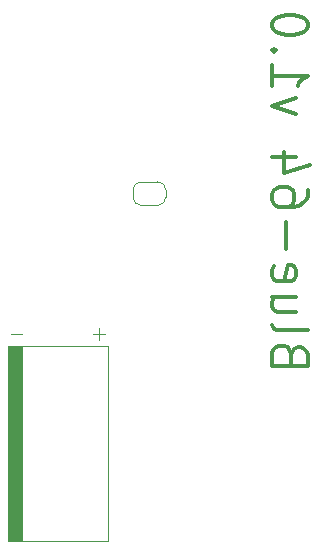
<source format=gbr>
%TF.GenerationSoftware,KiCad,Pcbnew,8.0.4*%
%TF.CreationDate,2024-09-22T15:27:49+02:00*%
%TF.ProjectId,blue_64,626c7565-5f36-4342-9e6b-696361645f70,1.0*%
%TF.SameCoordinates,PX3dc4fd0PY7445a00*%
%TF.FileFunction,Legend,Bot*%
%TF.FilePolarity,Positive*%
%FSLAX46Y46*%
G04 Gerber Fmt 4.6, Leading zero omitted, Abs format (unit mm)*
G04 Created by KiCad (PCBNEW 8.0.4) date 2024-09-22 15:27:49*
%MOMM*%
%LPD*%
G01*
G04 APERTURE LIST*
%ADD10C,0.300000*%
%ADD11C,0.120000*%
%ADD12C,0.100000*%
G04 APERTURE END LIST*
D10*
X24179171Y16516654D02*
X24036314Y16945226D01*
X24036314Y16945226D02*
X23893457Y17088083D01*
X23893457Y17088083D02*
X23607742Y17230940D01*
X23607742Y17230940D02*
X23179171Y17230940D01*
X23179171Y17230940D02*
X22893457Y17088083D01*
X22893457Y17088083D02*
X22750600Y16945226D01*
X22750600Y16945226D02*
X22607742Y16659511D01*
X22607742Y16659511D02*
X22607742Y15516654D01*
X22607742Y15516654D02*
X25607742Y15516654D01*
X25607742Y15516654D02*
X25607742Y16516654D01*
X25607742Y16516654D02*
X25464885Y16802368D01*
X25464885Y16802368D02*
X25322028Y16945226D01*
X25322028Y16945226D02*
X25036314Y17088083D01*
X25036314Y17088083D02*
X24750600Y17088083D01*
X24750600Y17088083D02*
X24464885Y16945226D01*
X24464885Y16945226D02*
X24322028Y16802368D01*
X24322028Y16802368D02*
X24179171Y16516654D01*
X24179171Y16516654D02*
X24179171Y15516654D01*
X22607742Y18945226D02*
X22750600Y18659511D01*
X22750600Y18659511D02*
X23036314Y18516654D01*
X23036314Y18516654D02*
X25607742Y18516654D01*
X24607742Y21373797D02*
X22607742Y21373797D01*
X24607742Y20088083D02*
X23036314Y20088083D01*
X23036314Y20088083D02*
X22750600Y20230940D01*
X22750600Y20230940D02*
X22607742Y20516655D01*
X22607742Y20516655D02*
X22607742Y20945226D01*
X22607742Y20945226D02*
X22750600Y21230940D01*
X22750600Y21230940D02*
X22893457Y21373797D01*
X22750600Y23945226D02*
X22607742Y23659512D01*
X22607742Y23659512D02*
X22607742Y23088083D01*
X22607742Y23088083D02*
X22750600Y22802369D01*
X22750600Y22802369D02*
X23036314Y22659512D01*
X23036314Y22659512D02*
X24179171Y22659512D01*
X24179171Y22659512D02*
X24464885Y22802369D01*
X24464885Y22802369D02*
X24607742Y23088083D01*
X24607742Y23088083D02*
X24607742Y23659512D01*
X24607742Y23659512D02*
X24464885Y23945226D01*
X24464885Y23945226D02*
X24179171Y24088083D01*
X24179171Y24088083D02*
X23893457Y24088083D01*
X23893457Y24088083D02*
X23607742Y22659512D01*
X23750600Y25373798D02*
X23750600Y27659512D01*
X25607742Y30373798D02*
X25607742Y29802370D01*
X25607742Y29802370D02*
X25464885Y29516656D01*
X25464885Y29516656D02*
X25322028Y29373798D01*
X25322028Y29373798D02*
X24893457Y29088084D01*
X24893457Y29088084D02*
X24322028Y28945227D01*
X24322028Y28945227D02*
X23179171Y28945227D01*
X23179171Y28945227D02*
X22893457Y29088084D01*
X22893457Y29088084D02*
X22750600Y29230941D01*
X22750600Y29230941D02*
X22607742Y29516656D01*
X22607742Y29516656D02*
X22607742Y30088084D01*
X22607742Y30088084D02*
X22750600Y30373798D01*
X22750600Y30373798D02*
X22893457Y30516656D01*
X22893457Y30516656D02*
X23179171Y30659513D01*
X23179171Y30659513D02*
X23893457Y30659513D01*
X23893457Y30659513D02*
X24179171Y30516656D01*
X24179171Y30516656D02*
X24322028Y30373798D01*
X24322028Y30373798D02*
X24464885Y30088084D01*
X24464885Y30088084D02*
X24464885Y29516656D01*
X24464885Y29516656D02*
X24322028Y29230941D01*
X24322028Y29230941D02*
X24179171Y29088084D01*
X24179171Y29088084D02*
X23893457Y28945227D01*
X24607742Y33230941D02*
X22607742Y33230941D01*
X25750600Y32516656D02*
X23607742Y31802370D01*
X23607742Y31802370D02*
X23607742Y33659513D01*
X24607742Y36802370D02*
X22607742Y37516656D01*
X22607742Y37516656D02*
X24607742Y38230941D01*
X22607742Y40945227D02*
X22607742Y39230941D01*
X22607742Y40088084D02*
X25607742Y40088084D01*
X25607742Y40088084D02*
X25179171Y39802370D01*
X25179171Y39802370D02*
X24893457Y39516655D01*
X24893457Y39516655D02*
X24750600Y39230941D01*
X22893457Y42230941D02*
X22750600Y42373798D01*
X22750600Y42373798D02*
X22607742Y42230941D01*
X22607742Y42230941D02*
X22750600Y42088084D01*
X22750600Y42088084D02*
X22893457Y42230941D01*
X22893457Y42230941D02*
X22607742Y42230941D01*
X25607742Y44230941D02*
X25607742Y44516655D01*
X25607742Y44516655D02*
X25464885Y44802369D01*
X25464885Y44802369D02*
X25322028Y44945226D01*
X25322028Y44945226D02*
X25036314Y45088084D01*
X25036314Y45088084D02*
X24464885Y45230941D01*
X24464885Y45230941D02*
X23750600Y45230941D01*
X23750600Y45230941D02*
X23179171Y45088084D01*
X23179171Y45088084D02*
X22893457Y44945226D01*
X22893457Y44945226D02*
X22750600Y44802369D01*
X22750600Y44802369D02*
X22607742Y44516655D01*
X22607742Y44516655D02*
X22607742Y44230941D01*
X22607742Y44230941D02*
X22750600Y43945226D01*
X22750600Y43945226D02*
X22893457Y43802369D01*
X22893457Y43802369D02*
X23179171Y43659512D01*
X23179171Y43659512D02*
X23750600Y43516655D01*
X23750600Y43516655D02*
X24464885Y43516655D01*
X24464885Y43516655D02*
X25036314Y43659512D01*
X25036314Y43659512D02*
X25322028Y43802369D01*
X25322028Y43802369D02*
X25464885Y43945226D01*
X25464885Y43945226D02*
X25607742Y44230941D01*
D11*
X10792000Y29799000D02*
X10792000Y30399000D01*
X11492000Y31099000D02*
X12892000Y31099000D01*
X12892000Y29099000D02*
X11492000Y29099000D01*
X13592000Y30399000D02*
X13592000Y29799000D01*
X10792000Y30399000D02*
G75*
G02*
X11492000Y31099000I699999J1D01*
G01*
X11492000Y29099000D02*
G75*
G02*
X10792000Y29799000I-1J699999D01*
G01*
X12892000Y31099000D02*
G75*
G02*
X13592000Y30399000I0J-700000D01*
G01*
X13592000Y29799000D02*
G75*
G02*
X12892000Y29099000I-700000J0D01*
G01*
X245000Y17177000D02*
X245000Y677000D01*
X245000Y677000D02*
X8645000Y677000D01*
D12*
X1445000Y18177000D02*
X445000Y18177000D01*
X7945000Y18677000D02*
X7945000Y17677000D01*
X8445000Y18177000D02*
X7445000Y18177000D01*
D11*
X8645000Y17177000D02*
X245000Y17177000D01*
X8645000Y677000D02*
X8645000Y17177000D01*
X1445000Y17177000D02*
X245000Y17177000D01*
X245000Y677000D01*
X1445000Y677000D01*
X1445000Y17177000D01*
G36*
X1445000Y17177000D02*
G01*
X245000Y17177000D01*
X245000Y677000D01*
X1445000Y677000D01*
X1445000Y17177000D01*
G37*
M02*

</source>
